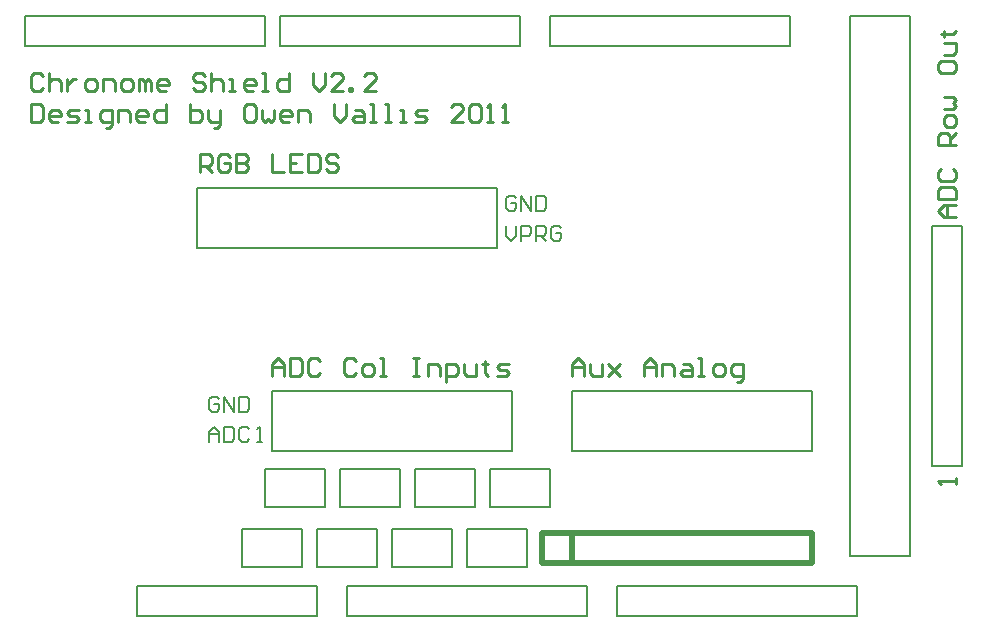
<source format=gto>
%FSAX24Y24*%
%MOIN*%
G70*
G01*
G75*
G04 Layer_Color=65535*
%ADD10C,0.0120*%
%ADD11C,0.0250*%
%ADD12C,0.0500*%
%ADD13C,0.0591*%
%ADD14R,0.0591X0.0591*%
%ADD15R,0.0591X0.0591*%
%ADD16C,0.0600*%
%ADD17R,0.0600X0.0600*%
%ADD18C,0.0650*%
%ADD19C,0.0400*%
%ADD20C,0.0500*%
%ADD21C,0.0079*%
%ADD22C,0.0197*%
%ADD23C,0.0080*%
%ADD24C,0.0100*%
D21*
X030000Y038000D02*
X038000D01*
X030000Y036000D02*
X038000D01*
Y038000D01*
X030000Y036000D02*
Y038000D01*
X040000D02*
X048000D01*
X040000Y036000D02*
X048000D01*
Y038000D01*
X040000Y036000D02*
Y038000D01*
X049250Y032500D02*
X051250D01*
X049250Y050500D02*
X051250D01*
Y032500D02*
Y050500D01*
X049250Y032500D02*
Y050500D01*
X025500Y030500D02*
X031500D01*
X025500Y031500D02*
X031500D01*
X025500Y030500D02*
Y031500D01*
X031500Y030500D02*
Y031500D01*
X041500D02*
X049500D01*
X041500Y030500D02*
Y031500D01*
Y030500D02*
X049500D01*
Y031500D01*
X032500D02*
X040500D01*
X032500Y030500D02*
Y031500D01*
Y030500D02*
X040500D01*
Y031500D01*
X039250Y049500D02*
X047250D01*
Y050500D01*
X039250D02*
X047250D01*
X039250Y049500D02*
Y050500D01*
X030250Y049500D02*
X038250D01*
Y050500D01*
X030250D02*
X038250D01*
X030250Y049500D02*
Y050500D01*
X021750Y049500D02*
X029750D01*
Y050500D01*
X021750D02*
X029750D01*
X021750Y049500D02*
Y050500D01*
X052000Y035500D02*
Y043500D01*
Y035500D02*
X053000D01*
Y043500D01*
X052000D02*
X053000D01*
X037500Y042750D02*
Y044750D01*
X027500Y042750D02*
X037500D01*
X027500D02*
Y044750D01*
X037500D01*
X028996Y032120D02*
Y033380D01*
X031004Y032120D02*
Y033380D01*
X028996Y032120D02*
X031004D01*
X028996Y033380D02*
X031004D01*
X033996Y032120D02*
Y033380D01*
X036004Y032120D02*
Y033380D01*
X033996Y032120D02*
X036004D01*
X033996Y033380D02*
X036004D01*
X031496Y032120D02*
Y033380D01*
X033504Y032120D02*
Y033380D01*
X031496Y032120D02*
X033504D01*
X031496Y033380D02*
X033504D01*
X034254Y034120D02*
Y035380D01*
X032246Y034120D02*
Y035380D01*
X034254D01*
X032246Y034120D02*
X034254D01*
X036754D02*
Y035380D01*
X034746Y034120D02*
Y035380D01*
X036754D01*
X034746Y034120D02*
X036754D01*
X036496Y032120D02*
Y033380D01*
X038504Y032120D02*
Y033380D01*
X036496Y032120D02*
X038504D01*
X036496Y033380D02*
X038504D01*
X039254Y034120D02*
Y035380D01*
X037246Y034120D02*
Y035380D01*
X039254D01*
X037246Y034120D02*
X039254D01*
X031754D02*
Y035380D01*
X029746Y034120D02*
Y035380D01*
X031754D01*
X029746Y034120D02*
X031754D01*
D22*
X039000Y032250D02*
Y033250D01*
X040000Y032250D02*
Y033250D01*
X039000Y032250D02*
X040000D01*
X039000D02*
X048000D01*
Y033250D01*
X039000D02*
X048000D01*
X039000Y032350D02*
Y033250D01*
D23*
X029500Y036300D02*
X029667D01*
X029583D01*
Y036800D01*
X029500Y036717D01*
X028233Y037717D02*
X028150Y037800D01*
X027983D01*
X027900Y037717D01*
Y037383D01*
X027983Y037300D01*
X028150D01*
X028233Y037383D01*
Y037550D01*
X028067D01*
X028400Y037300D02*
Y037800D01*
X028733Y037300D01*
Y037800D01*
X028900D02*
Y037300D01*
X029150D01*
X029233Y037383D01*
Y037717D01*
X029150Y037800D01*
X028900D01*
X037800Y043500D02*
Y043167D01*
X037967Y043000D01*
X038133Y043167D01*
Y043500D01*
X038300Y043000D02*
Y043500D01*
X038550D01*
X038633Y043417D01*
Y043250D01*
X038550Y043167D01*
X038300D01*
X038800Y043000D02*
Y043500D01*
X039050D01*
X039133Y043417D01*
Y043250D01*
X039050Y043167D01*
X038800D01*
X038966D02*
X039133Y043000D01*
X039633Y043417D02*
X039549Y043500D01*
X039383D01*
X039300Y043417D01*
Y043083D01*
X039383Y043000D01*
X039549D01*
X039633Y043083D01*
Y043250D01*
X039466D01*
X027900Y036300D02*
Y036633D01*
X028067Y036800D01*
X028233Y036633D01*
Y036300D01*
Y036550D01*
X027900D01*
X028400Y036800D02*
Y036300D01*
X028650D01*
X028733Y036383D01*
Y036717D01*
X028650Y036800D01*
X028400D01*
X029233Y036717D02*
X029150Y036800D01*
X028983D01*
X028900Y036717D01*
Y036383D01*
X028983Y036300D01*
X029150D01*
X029233Y036383D01*
X038133Y044417D02*
X038050Y044500D01*
X037883D01*
X037800Y044417D01*
Y044083D01*
X037883Y044000D01*
X038050D01*
X038133Y044083D01*
Y044250D01*
X037967D01*
X038300Y044000D02*
Y044500D01*
X038633Y044000D01*
Y044500D01*
X038800D02*
Y044000D01*
X039050D01*
X039133Y044083D01*
Y044417D01*
X039050Y044500D01*
X038800D01*
D24*
X021950Y047550D02*
Y046950D01*
X022250D01*
X022350Y047050D01*
Y047450D01*
X022250Y047550D01*
X021950D01*
X022850Y046950D02*
X022650D01*
X022550Y047050D01*
Y047250D01*
X022650Y047350D01*
X022850D01*
X022950Y047250D01*
Y047150D01*
X022550D01*
X023150Y046950D02*
X023450D01*
X023549Y047050D01*
X023450Y047150D01*
X023250D01*
X023150Y047250D01*
X023250Y047350D01*
X023549D01*
X023749Y046950D02*
X023949D01*
X023849D01*
Y047350D01*
X023749D01*
X024449Y046750D02*
X024549D01*
X024649Y046850D01*
Y047350D01*
X024349D01*
X024249Y047250D01*
Y047050D01*
X024349Y046950D01*
X024649D01*
X024849D02*
Y047350D01*
X025149D01*
X025249Y047250D01*
Y046950D01*
X025749D02*
X025549D01*
X025449Y047050D01*
Y047250D01*
X025549Y047350D01*
X025749D01*
X025849Y047250D01*
Y047150D01*
X025449D01*
X026449Y047550D02*
Y046950D01*
X026149D01*
X026049Y047050D01*
Y047250D01*
X026149Y047350D01*
X026449D01*
X027248Y047550D02*
Y046950D01*
X027548D01*
X027648Y047050D01*
Y047150D01*
Y047250D01*
X027548Y047350D01*
X027248D01*
X027848D02*
Y047050D01*
X027948Y046950D01*
X028248D01*
Y046850D01*
X028148Y046750D01*
X028048D01*
X028248Y046950D02*
Y047350D01*
X029348Y047550D02*
X029148D01*
X029048Y047450D01*
Y047050D01*
X029148Y046950D01*
X029348D01*
X029448Y047050D01*
Y047450D01*
X029348Y047550D01*
X029648Y047350D02*
Y047050D01*
X029747Y046950D01*
X029847Y047050D01*
X029947Y046950D01*
X030047Y047050D01*
Y047350D01*
X030547Y046950D02*
X030347D01*
X030247Y047050D01*
Y047250D01*
X030347Y047350D01*
X030547D01*
X030647Y047250D01*
Y047150D01*
X030247D01*
X030847Y046950D02*
Y047350D01*
X031147D01*
X031247Y047250D01*
Y046950D01*
X032047Y047550D02*
Y047150D01*
X032247Y046950D01*
X032447Y047150D01*
Y047550D01*
X032747Y047350D02*
X032946D01*
X033046Y047250D01*
Y046950D01*
X032747D01*
X032647Y047050D01*
X032747Y047150D01*
X033046D01*
X033246Y046950D02*
X033446D01*
X033346D01*
Y047550D01*
X033246D01*
X033746Y046950D02*
X033946D01*
X033846D01*
Y047550D01*
X033746D01*
X034246Y046950D02*
X034446D01*
X034346D01*
Y047350D01*
X034246D01*
X034746Y046950D02*
X035046D01*
X035146Y047050D01*
X035046Y047150D01*
X034846D01*
X034746Y047250D01*
X034846Y047350D01*
X035146D01*
X036345Y046950D02*
X035945D01*
X036345Y047350D01*
Y047450D01*
X036245Y047550D01*
X036045D01*
X035945Y047450D01*
X036545D02*
X036645Y047550D01*
X036845D01*
X036945Y047450D01*
Y047050D01*
X036845Y046950D01*
X036645D01*
X036545Y047050D01*
Y047450D01*
X037145Y046950D02*
X037345D01*
X037245D01*
Y047550D01*
X037145Y047450D01*
X037645Y046950D02*
X037845D01*
X037745D01*
Y047550D01*
X037645Y047450D01*
X022350Y048500D02*
X022250Y048600D01*
X022050D01*
X021950Y048500D01*
Y048100D01*
X022050Y048000D01*
X022250D01*
X022350Y048100D01*
X022550Y048600D02*
Y048000D01*
Y048300D01*
X022650Y048400D01*
X022850D01*
X022950Y048300D01*
Y048000D01*
X023150Y048400D02*
Y048000D01*
Y048200D01*
X023250Y048300D01*
X023350Y048400D01*
X023450D01*
X023849Y048000D02*
X024049D01*
X024149Y048100D01*
Y048300D01*
X024049Y048400D01*
X023849D01*
X023749Y048300D01*
Y048100D01*
X023849Y048000D01*
X024349D02*
Y048400D01*
X024649D01*
X024749Y048300D01*
Y048000D01*
X025049D02*
X025249D01*
X025349Y048100D01*
Y048300D01*
X025249Y048400D01*
X025049D01*
X024949Y048300D01*
Y048100D01*
X025049Y048000D01*
X025549D02*
Y048400D01*
X025649D01*
X025749Y048300D01*
Y048000D01*
Y048300D01*
X025849Y048400D01*
X025949Y048300D01*
Y048000D01*
X026449D02*
X026249D01*
X026149Y048100D01*
Y048300D01*
X026249Y048400D01*
X026449D01*
X026549Y048300D01*
Y048200D01*
X026149D01*
X027748Y048500D02*
X027648Y048600D01*
X027448D01*
X027348Y048500D01*
Y048400D01*
X027448Y048300D01*
X027648D01*
X027748Y048200D01*
Y048100D01*
X027648Y048000D01*
X027448D01*
X027348Y048100D01*
X027948Y048600D02*
Y048000D01*
Y048300D01*
X028048Y048400D01*
X028248D01*
X028348Y048300D01*
Y048000D01*
X028548D02*
X028748D01*
X028648D01*
Y048400D01*
X028548D01*
X029348Y048000D02*
X029148D01*
X029048Y048100D01*
Y048300D01*
X029148Y048400D01*
X029348D01*
X029448Y048300D01*
Y048200D01*
X029048D01*
X029648Y048000D02*
X029847D01*
X029747D01*
Y048600D01*
X029648D01*
X030547D02*
Y048000D01*
X030247D01*
X030147Y048100D01*
Y048300D01*
X030247Y048400D01*
X030547D01*
X031347Y048600D02*
Y048200D01*
X031547Y048000D01*
X031747Y048200D01*
Y048600D01*
X032347Y048000D02*
X031947D01*
X032347Y048400D01*
Y048500D01*
X032247Y048600D01*
X032047D01*
X031947Y048500D01*
X032547Y048000D02*
Y048100D01*
X032647D01*
Y048000D01*
X032547D01*
X033446D02*
X033046D01*
X033446Y048400D01*
Y048500D01*
X033346Y048600D01*
X033146D01*
X033046Y048500D01*
X052800Y043800D02*
X052400D01*
X052200Y044000D01*
X052400Y044200D01*
X052800D01*
X052500D01*
Y043800D01*
X052200Y044400D02*
X052800D01*
Y044700D01*
X052700Y044800D01*
X052300D01*
X052200Y044700D01*
Y044400D01*
X052300Y045399D02*
X052200Y045300D01*
Y045100D01*
X052300Y045000D01*
X052700D01*
X052800Y045100D01*
Y045300D01*
X052700Y045399D01*
X052800Y046199D02*
X052200D01*
Y046499D01*
X052300Y046599D01*
X052500D01*
X052600Y046499D01*
Y046199D01*
Y046399D02*
X052800Y046599D01*
Y046899D02*
Y047099D01*
X052700Y047199D01*
X052500D01*
X052400Y047099D01*
Y046899D01*
X052500Y046799D01*
X052700D01*
X052800Y046899D01*
X052400Y047399D02*
X052700D01*
X052800Y047499D01*
X052700Y047599D01*
X052800Y047699D01*
X052700Y047799D01*
X052400D01*
X052200Y048898D02*
Y048698D01*
X052300Y048598D01*
X052700D01*
X052800Y048698D01*
Y048898D01*
X052700Y048998D01*
X052300D01*
X052200Y048898D01*
X052400Y049198D02*
X052700D01*
X052800Y049298D01*
Y049598D01*
X052400D01*
X052300Y049898D02*
X052400D01*
Y049798D01*
Y049998D01*
Y049898D01*
X052700D01*
X052800Y049998D01*
X040000Y038500D02*
Y038900D01*
X040200Y039100D01*
X040400Y038900D01*
Y038500D01*
Y038800D01*
X040000D01*
X040600Y038900D02*
Y038600D01*
X040700Y038500D01*
X041000D01*
Y038900D01*
X041200D02*
X041599Y038500D01*
X041400Y038700D01*
X041599Y038900D01*
X041200Y038500D01*
X042399D02*
Y038900D01*
X042599Y039100D01*
X042799Y038900D01*
Y038500D01*
Y038800D01*
X042399D01*
X042999Y038500D02*
Y038900D01*
X043299D01*
X043399Y038800D01*
Y038500D01*
X043699Y038900D02*
X043899D01*
X043999Y038800D01*
Y038500D01*
X043699D01*
X043599Y038600D01*
X043699Y038700D01*
X043999D01*
X044199Y038500D02*
X044399D01*
X044299D01*
Y039100D01*
X044199D01*
X044798Y038500D02*
X044998D01*
X045098Y038600D01*
Y038800D01*
X044998Y038900D01*
X044798D01*
X044698Y038800D01*
Y038600D01*
X044798Y038500D01*
X045498Y038300D02*
X045598D01*
X045698Y038400D01*
Y038900D01*
X045398D01*
X045298Y038800D01*
Y038600D01*
X045398Y038500D01*
X045698D01*
X030000D02*
Y038900D01*
X030200Y039100D01*
X030400Y038900D01*
Y038500D01*
Y038800D01*
X030000D01*
X030600Y039100D02*
Y038500D01*
X030900D01*
X031000Y038600D01*
Y039000D01*
X030900Y039100D01*
X030600D01*
X031599Y039000D02*
X031500Y039100D01*
X031300D01*
X031200Y039000D01*
Y038600D01*
X031300Y038500D01*
X031500D01*
X031599Y038600D01*
X032799Y039000D02*
X032699Y039100D01*
X032499D01*
X032399Y039000D01*
Y038600D01*
X032499Y038500D01*
X032699D01*
X032799Y038600D01*
X033099Y038500D02*
X033299D01*
X033399Y038600D01*
Y038800D01*
X033299Y038900D01*
X033099D01*
X032999Y038800D01*
Y038600D01*
X033099Y038500D01*
X033599D02*
X033799D01*
X033699D01*
Y039100D01*
X033599D01*
X034698D02*
X034898D01*
X034798D01*
Y038500D01*
X034698D01*
X034898D01*
X035198D02*
Y038900D01*
X035498D01*
X035598Y038800D01*
Y038500D01*
X035798Y038300D02*
Y038900D01*
X036098D01*
X036198Y038800D01*
Y038600D01*
X036098Y038500D01*
X035798D01*
X036398Y038900D02*
Y038600D01*
X036498Y038500D01*
X036798D01*
Y038900D01*
X037098Y039000D02*
Y038900D01*
X036998D01*
X037198D01*
X037098D01*
Y038600D01*
X037198Y038500D01*
X037498D02*
X037797D01*
X037897Y038600D01*
X037797Y038700D01*
X037598D01*
X037498Y038800D01*
X037598Y038900D01*
X037897D01*
X052800Y034900D02*
Y035100D01*
Y035000D01*
X052200D01*
X052300Y034900D01*
X027600Y045300D02*
Y045900D01*
X027900D01*
X028000Y045800D01*
Y045600D01*
X027900Y045500D01*
X027600D01*
X027800D02*
X028000Y045300D01*
X028600Y045800D02*
X028500Y045900D01*
X028300D01*
X028200Y045800D01*
Y045400D01*
X028300Y045300D01*
X028500D01*
X028600Y045400D01*
Y045600D01*
X028400D01*
X028800Y045900D02*
Y045300D01*
X029100D01*
X029199Y045400D01*
Y045500D01*
X029100Y045600D01*
X028800D01*
X029100D01*
X029199Y045700D01*
Y045800D01*
X029100Y045900D01*
X028800D01*
X029999D02*
Y045300D01*
X030399D01*
X030999Y045900D02*
X030599D01*
Y045300D01*
X030999D01*
X030599Y045600D02*
X030799D01*
X031199Y045900D02*
Y045300D01*
X031499D01*
X031599Y045400D01*
Y045800D01*
X031499Y045900D01*
X031199D01*
X032199Y045800D02*
X032099Y045900D01*
X031899D01*
X031799Y045800D01*
Y045700D01*
X031899Y045600D01*
X032099D01*
X032199Y045500D01*
Y045400D01*
X032099Y045300D01*
X031899D01*
X031799Y045400D01*
M02*

</source>
